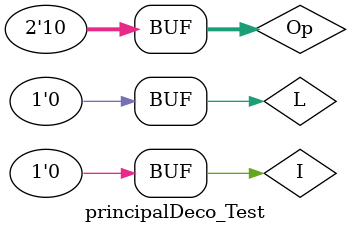
<source format=v>
`timescale 1ns / 1ps


module principalDeco_Test;

	// Inputs
	reg [1:0] Op;
	reg I;
	reg L;

	// Outputs
	wire [1:0] InmSrc;
	wire [1:0] RegSrc;
	wire ALUSrc;
	wire Branch;
	wire MemWR;
	wire RegWR;
	wire MemtoReg;
	wire ALUOp;

	// Instantiate the Unit Under Test (UUT)
	principalDecoder uut (
		.Op(Op), 
		.I(I), 
		.L(L), 
		.InmSrc(InmSrc), 
		.RegSrc(RegSrc), 
		.ALUSrc(ALUSrc), 
		.Branch(Branch), 
		.MemWR(MemWR), 
		.RegWR(RegWR), 
		.MemtoReg(MemtoReg), 
		.ALUOp(ALUOp)
	);

	initial begin
		// Initialize Inputs
		Op = 0;
		I = 0;
		L = 0;

		// Wait 100 ns for global reset to finish
		#100;
        
		Op = 0;
		I = 1;
		L = 0;
		#100;
		
		Op = 1;
		I = 0;
		L = 0;
		#100;
		
		Op = 1;
		I = 0;
		L = 1;
		#100;
		
		Op = 2;
		I = 0;
		L = 0;
		#100;

	end
      
endmodule


</source>
